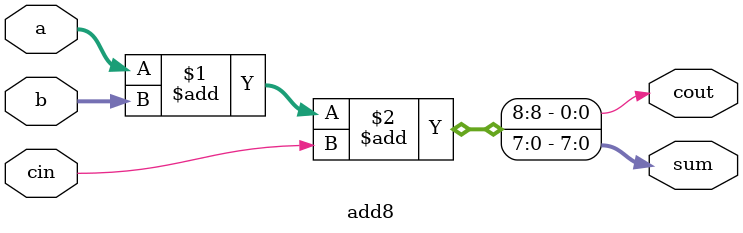
<source format=v>
module add8(sum,cout,a,b,cin);
    output [7:0] sum;
    output cout;
    input [7:0] a,b;
    input cin;

    assign {cout,sum} = a + b + cin;
endmodule

</source>
